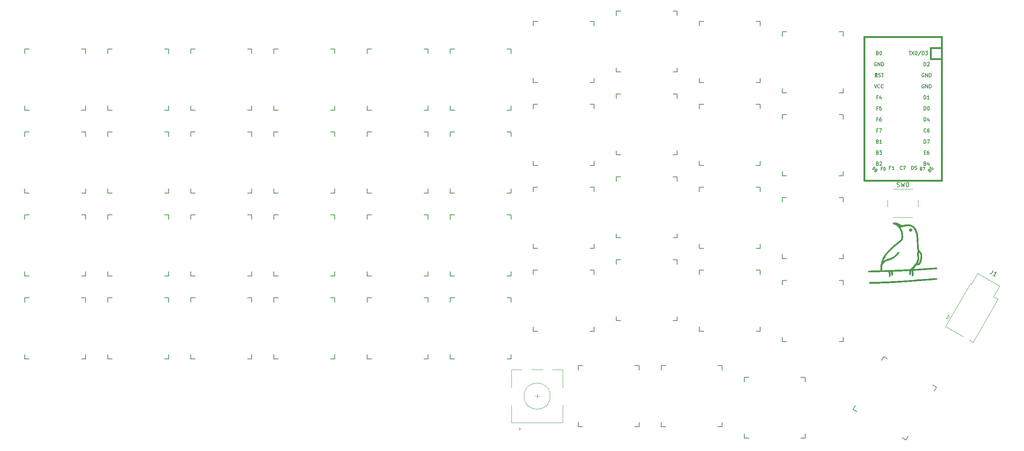
<source format=gbr>
%TF.GenerationSoftware,KiCad,Pcbnew,(5.1.9-0-10_14)*%
%TF.CreationDate,2021-04-26T22:39:47-05:00*%
%TF.ProjectId,wren-numpad,7772656e-2d6e-4756-9d70-61642e6b6963,rev?*%
%TF.SameCoordinates,Original*%
%TF.FileFunction,Legend,Top*%
%TF.FilePolarity,Positive*%
%FSLAX46Y46*%
G04 Gerber Fmt 4.6, Leading zero omitted, Abs format (unit mm)*
G04 Created by KiCad (PCBNEW (5.1.9-0-10_14)) date 2021-04-26 22:39:47*
%MOMM*%
%LPD*%
G01*
G04 APERTURE LIST*
%ADD10C,0.010000*%
%ADD11C,0.150000*%
%ADD12C,0.381000*%
%ADD13C,0.120000*%
G04 APERTURE END LIST*
D10*
%TO.C,G\u002A\u002A\u002A*%
G36*
X243120703Y-70714347D02*
G01*
X243179873Y-70733749D01*
X243305406Y-70824822D01*
X243372759Y-70954498D01*
X243380886Y-71099163D01*
X243328744Y-71235208D01*
X243215287Y-71339022D01*
X243206845Y-71343536D01*
X243103152Y-71391649D01*
X243029931Y-71398916D01*
X242944143Y-71366487D01*
X242913834Y-71351374D01*
X242790795Y-71253094D01*
X242730932Y-71128654D01*
X242726859Y-70995206D01*
X242771187Y-70869900D01*
X242856529Y-70769888D01*
X242975497Y-70712320D01*
X243120703Y-70714347D01*
G37*
X243120703Y-70714347D02*
X243179873Y-70733749D01*
X243305406Y-70824822D01*
X243372759Y-70954498D01*
X243380886Y-71099163D01*
X243328744Y-71235208D01*
X243215287Y-71339022D01*
X243206845Y-71343536D01*
X243103152Y-71391649D01*
X243029931Y-71398916D01*
X242944143Y-71366487D01*
X242913834Y-71351374D01*
X242790795Y-71253094D01*
X242730932Y-71128654D01*
X242726859Y-70995206D01*
X242771187Y-70869900D01*
X242856529Y-70769888D01*
X242975497Y-70712320D01*
X243120703Y-70714347D01*
G36*
X239481311Y-69379606D02*
G01*
X239538174Y-69382175D01*
X239679855Y-69390166D01*
X239794314Y-69402675D01*
X239899282Y-69425624D01*
X240012486Y-69464939D01*
X240151656Y-69526542D01*
X240334522Y-69616357D01*
X240519175Y-69709951D01*
X241128268Y-70019946D01*
X241625129Y-69906646D01*
X242064847Y-69824023D01*
X242450283Y-69792887D01*
X242796121Y-69815616D01*
X243117047Y-69894586D01*
X243427746Y-70032176D01*
X243742904Y-70230762D01*
X243776317Y-70254859D01*
X243995294Y-70460457D01*
X244197308Y-70742895D01*
X244378681Y-71095394D01*
X244535730Y-71511175D01*
X244624033Y-71816049D01*
X244684380Y-72105211D01*
X244737010Y-72474770D01*
X244781552Y-72920779D01*
X244817634Y-73439286D01*
X244844886Y-74026344D01*
X244852114Y-74242183D01*
X244862755Y-74581306D01*
X244872378Y-74847400D01*
X244882197Y-75052077D01*
X244893429Y-75206945D01*
X244907288Y-75323614D01*
X244924990Y-75413694D01*
X244947750Y-75488794D01*
X244976782Y-75560525D01*
X244994131Y-75598974D01*
X245082426Y-75758656D01*
X245202215Y-75934726D01*
X245304652Y-76062212D01*
X245468910Y-76263557D01*
X245578877Y-76446970D01*
X245644004Y-76638692D01*
X245673745Y-76864965D01*
X245678309Y-77099583D01*
X245656645Y-77473817D01*
X245602311Y-77844976D01*
X245520031Y-78193612D01*
X245414527Y-78500281D01*
X245290521Y-78745535D01*
X245271511Y-78774513D01*
X245136004Y-78940875D01*
X244992253Y-79037445D01*
X244814538Y-79077273D01*
X244671331Y-79079020D01*
X244404313Y-79068791D01*
X244103785Y-79445144D01*
X243968790Y-79609430D01*
X243838566Y-79759614D01*
X243730091Y-79876549D01*
X243672380Y-79931624D01*
X243541503Y-80041750D01*
X243745835Y-80041677D01*
X243851409Y-80038720D01*
X244032206Y-80030285D01*
X244279000Y-80016958D01*
X244582564Y-79999325D01*
X244933674Y-79977970D01*
X245323102Y-79953480D01*
X245741622Y-79926440D01*
X246180008Y-79897435D01*
X246629034Y-79867050D01*
X247079475Y-79835872D01*
X247522103Y-79804486D01*
X247793987Y-79784782D01*
X248108724Y-79762704D01*
X248397562Y-79744239D01*
X248649270Y-79729963D01*
X248852618Y-79720450D01*
X248996374Y-79716276D01*
X249069308Y-79718017D01*
X249074571Y-79719186D01*
X249120581Y-79775162D01*
X249134755Y-79867476D01*
X249114643Y-79953068D01*
X249089447Y-79980857D01*
X249035857Y-79991156D01*
X248905514Y-80006055D01*
X248706172Y-80024971D01*
X248445586Y-80047321D01*
X248131510Y-80072522D01*
X247771699Y-80099991D01*
X247373908Y-80129145D01*
X246945890Y-80159401D01*
X246495400Y-80190176D01*
X246030193Y-80220887D01*
X245558024Y-80250952D01*
X245220166Y-80271745D01*
X244905972Y-80291088D01*
X244604102Y-80310227D01*
X244329724Y-80328157D01*
X244098004Y-80343875D01*
X243924111Y-80356376D01*
X243839966Y-80363108D01*
X243560433Y-80387760D01*
X243622280Y-80564005D01*
X243656002Y-80715754D01*
X243675678Y-80918183D01*
X243680591Y-81138363D01*
X243670024Y-81343365D01*
X243643263Y-81500257D01*
X243642684Y-81502250D01*
X243599560Y-81594443D01*
X243525369Y-81627167D01*
X243481454Y-81629250D01*
X243357500Y-81629250D01*
X243357284Y-81163583D01*
X243346629Y-80866224D01*
X243315735Y-80636944D01*
X243265753Y-80479768D01*
X243197835Y-80398717D01*
X243136048Y-80390256D01*
X243080302Y-80431488D01*
X243076232Y-80467597D01*
X243085958Y-80536909D01*
X243098166Y-80665671D01*
X243110543Y-80828805D01*
X243113087Y-80867250D01*
X243121656Y-81043040D01*
X243117536Y-81158095D01*
X243097284Y-81235838D01*
X243057458Y-81299694D01*
X243047757Y-81311750D01*
X242976787Y-81381306D01*
X242916989Y-81387180D01*
X242883902Y-81370673D01*
X242843504Y-81330520D01*
X242818709Y-81258148D01*
X242805396Y-81134770D01*
X242800302Y-80989673D01*
X242791044Y-80812236D01*
X242772961Y-80653007D01*
X242749738Y-80543190D01*
X242746543Y-80534195D01*
X242699648Y-80412807D01*
X242308907Y-80440006D01*
X242196451Y-80446763D01*
X242016103Y-80456301D01*
X241779844Y-80468082D01*
X241499651Y-80481569D01*
X241187505Y-80496223D01*
X240855385Y-80511505D01*
X240515271Y-80526879D01*
X240179142Y-80541806D01*
X239858976Y-80555747D01*
X239566755Y-80568165D01*
X239314456Y-80578522D01*
X239114060Y-80586280D01*
X238977546Y-80590901D01*
X238925243Y-80591983D01*
X238881841Y-80599471D01*
X238876817Y-80636461D01*
X238908902Y-80725007D01*
X238916523Y-80743350D01*
X238953983Y-80881777D01*
X238970410Y-81048856D01*
X238966988Y-81219594D01*
X238944903Y-81369002D01*
X238905340Y-81472087D01*
X238880750Y-81497614D01*
X238787371Y-81528941D01*
X238720888Y-81486280D01*
X238679612Y-81367046D01*
X238661851Y-81168651D01*
X238661684Y-81162285D01*
X238638231Y-80913164D01*
X238583181Y-80732327D01*
X238498496Y-80624024D01*
X238398883Y-80592083D01*
X238322696Y-80602895D01*
X238313564Y-80645501D01*
X238321255Y-80666166D01*
X238401690Y-80910287D01*
X238444145Y-81163580D01*
X238447811Y-81403761D01*
X238411880Y-81608547D01*
X238359675Y-81723659D01*
X238296375Y-81801583D01*
X238236235Y-81811523D01*
X238172677Y-81778937D01*
X238141125Y-81736873D01*
X238121422Y-81649466D01*
X238111480Y-81502472D01*
X238109177Y-81345668D01*
X238100936Y-81098858D01*
X238076092Y-80917675D01*
X238035130Y-80790502D01*
X237962094Y-80629089D01*
X236553463Y-80663502D01*
X236164252Y-80672304D01*
X235756210Y-80680274D01*
X235349128Y-80687113D01*
X234962797Y-80692522D01*
X234617008Y-80696203D01*
X234331551Y-80697855D01*
X234277000Y-80697916D01*
X233409166Y-80697916D01*
X233395748Y-80581259D01*
X233404409Y-80483618D01*
X233439234Y-80442765D01*
X233494176Y-80436488D01*
X233623156Y-80428961D01*
X233815562Y-80420583D01*
X234060780Y-80411752D01*
X234348198Y-80402864D01*
X234667205Y-80394319D01*
X234844413Y-80390089D01*
X236192687Y-80359250D01*
X236185076Y-79884775D01*
X236187302Y-79838861D01*
X236493639Y-79838861D01*
X236503244Y-80058633D01*
X236530525Y-80350684D01*
X237446345Y-80322671D01*
X237754407Y-80312910D01*
X238121914Y-80300719D01*
X238523709Y-80286967D01*
X238934636Y-80272521D01*
X239329537Y-80258250D01*
X239547500Y-80250163D01*
X239935952Y-80234990D01*
X240369322Y-80217067D01*
X240818745Y-80197653D01*
X241255362Y-80178006D01*
X241650309Y-80159387D01*
X241819241Y-80151051D01*
X242151305Y-80134077D01*
X242410226Y-80119601D01*
X242607431Y-80106122D01*
X242754352Y-80092139D01*
X242862414Y-80076153D01*
X242943049Y-80056661D01*
X243007684Y-80032164D01*
X243067749Y-80001161D01*
X243099266Y-79982969D01*
X243327416Y-79818504D01*
X243572186Y-79586933D01*
X243822304Y-79301087D01*
X244066499Y-78973800D01*
X244204014Y-78758998D01*
X244606333Y-78758998D01*
X244643510Y-78767426D01*
X244735447Y-78765640D01*
X244760877Y-78763722D01*
X244912523Y-78719413D01*
X244993564Y-78644750D01*
X245087557Y-78476434D01*
X245173379Y-78247132D01*
X245247839Y-77976125D01*
X245307747Y-77682693D01*
X245349913Y-77386118D01*
X245371147Y-77105679D01*
X245368257Y-76860658D01*
X245338055Y-76670334D01*
X245326197Y-76634435D01*
X245279699Y-76544844D01*
X245205718Y-76433172D01*
X245121478Y-76321912D01*
X245044204Y-76233555D01*
X244991120Y-76190593D01*
X244985394Y-76189416D01*
X244965213Y-76227974D01*
X244939395Y-76329903D01*
X244912991Y-76474585D01*
X244908848Y-76501683D01*
X244886173Y-76693275D01*
X244886246Y-76840675D01*
X244910262Y-76981567D01*
X244925970Y-77041433D01*
X244987180Y-77293458D01*
X245014241Y-77510328D01*
X245004562Y-77714462D01*
X244955554Y-77928278D01*
X244864629Y-78174197D01*
X244770687Y-78386026D01*
X244698874Y-78542995D01*
X244642976Y-78668614D01*
X244610933Y-78744868D01*
X244606333Y-78758998D01*
X244204014Y-78758998D01*
X244283828Y-78634327D01*
X244461272Y-78318028D01*
X244586730Y-78051592D01*
X244663526Y-77820779D01*
X244694989Y-77611353D01*
X244684443Y-77409073D01*
X244635216Y-77199703D01*
X244625851Y-77170313D01*
X244576087Y-76902129D01*
X244582238Y-76579225D01*
X244643964Y-76210150D01*
X244668152Y-76111235D01*
X244702487Y-75967932D01*
X244714315Y-75862595D01*
X244702175Y-75759916D01*
X244664608Y-75624588D01*
X244645522Y-75564045D01*
X244617916Y-75469060D01*
X244595645Y-75368647D01*
X244577722Y-75251089D01*
X244563157Y-75104668D01*
X244550961Y-74917667D01*
X244540145Y-74678367D01*
X244529720Y-74375053D01*
X244521433Y-74093916D01*
X244503885Y-73587549D01*
X244481149Y-73153147D01*
X244451797Y-72778089D01*
X244414396Y-72449758D01*
X244367519Y-72155533D01*
X244309734Y-71882796D01*
X244241827Y-71626556D01*
X244097800Y-71219197D01*
X243920124Y-70883950D01*
X243702604Y-70612835D01*
X243439048Y-70397872D01*
X243176872Y-70254552D01*
X242937589Y-70163404D01*
X242698377Y-70112054D01*
X242441370Y-70100006D01*
X242148703Y-70126766D01*
X241802509Y-70191838D01*
X241706500Y-70213800D01*
X241478257Y-70265660D01*
X241257723Y-70312556D01*
X241069292Y-70349498D01*
X240937359Y-70371497D01*
X240932279Y-70372167D01*
X240810568Y-70392541D01*
X240734648Y-70414320D01*
X240720855Y-70427171D01*
X240745747Y-70475803D01*
X240797985Y-70576124D01*
X240855592Y-70686083D01*
X241013051Y-71037501D01*
X241139821Y-71424794D01*
X241232749Y-71828658D01*
X241288679Y-72229790D01*
X241304457Y-72608888D01*
X241276928Y-72946648D01*
X241247892Y-73086549D01*
X241189192Y-73245778D01*
X241106278Y-73395981D01*
X241067976Y-73446841D01*
X241022149Y-73498449D01*
X240973151Y-73549221D01*
X240912361Y-73606443D01*
X240831153Y-73677404D01*
X240720905Y-73769389D01*
X240572993Y-73889687D01*
X240378794Y-74045585D01*
X240129684Y-74244370D01*
X240034333Y-74320324D01*
X239777187Y-74532274D01*
X239485060Y-74785020D01*
X239173878Y-75063792D01*
X238859568Y-75353820D01*
X238558060Y-75640333D01*
X238285279Y-75908562D01*
X238057154Y-76143735D01*
X237991625Y-76214605D01*
X237600109Y-76682595D01*
X237277246Y-77154708D01*
X237008913Y-77652870D01*
X236884340Y-77934081D01*
X236818326Y-78095737D01*
X236766786Y-78226103D01*
X236736918Y-78306758D01*
X236732333Y-78323156D01*
X236763218Y-78309747D01*
X236845529Y-78255033D01*
X236963746Y-78169545D01*
X237011432Y-78133773D01*
X237291950Y-77937812D01*
X237548308Y-77797579D01*
X237806422Y-77700535D01*
X238012474Y-77649424D01*
X238466460Y-77518443D01*
X238908211Y-77318932D01*
X239322009Y-77061275D01*
X239692133Y-76755856D01*
X240002866Y-76413062D01*
X240109464Y-76264100D01*
X240213635Y-76144730D01*
X240312286Y-76108343D01*
X240403633Y-76155477D01*
X240418028Y-76171496D01*
X240442439Y-76245679D01*
X240412776Y-76350175D01*
X240325818Y-76490005D01*
X240178348Y-76670190D01*
X239967145Y-76895751D01*
X239928500Y-76935094D01*
X239573644Y-77258096D01*
X239203175Y-77518702D01*
X238799727Y-77726289D01*
X238345937Y-77890235D01*
X237983612Y-77985297D01*
X237739631Y-78068582D01*
X237476665Y-78204081D01*
X237214509Y-78377161D01*
X236972955Y-78573188D01*
X236771798Y-78777527D01*
X236630832Y-78975543D01*
X236622108Y-78991908D01*
X236569796Y-79140366D01*
X236529074Y-79347820D01*
X236502752Y-79589057D01*
X236493639Y-79838861D01*
X236187302Y-79838861D01*
X236216593Y-79234752D01*
X236331291Y-78594308D01*
X236527927Y-77966601D01*
X236805259Y-77354789D01*
X237162044Y-76762031D01*
X237597040Y-76191486D01*
X237671818Y-76104750D01*
X237914414Y-75841082D01*
X238210011Y-75541149D01*
X238543420Y-75218875D01*
X238899454Y-74888184D01*
X239262925Y-74562999D01*
X239618646Y-74257244D01*
X239951430Y-73984843D01*
X240161333Y-73822413D01*
X240434067Y-73611170D01*
X240641093Y-73435524D01*
X240789882Y-73288496D01*
X240887908Y-73163105D01*
X240913099Y-73120250D01*
X240952723Y-72991662D01*
X240975822Y-72799694D01*
X240982734Y-72563940D01*
X240973795Y-72303990D01*
X240949342Y-72039436D01*
X240909710Y-71789870D01*
X240888606Y-71694177D01*
X240745569Y-71211541D01*
X240567411Y-70803010D01*
X240350376Y-70464047D01*
X240090710Y-70190114D01*
X239784661Y-69976676D01*
X239428473Y-69819194D01*
X239305097Y-69780396D01*
X239122240Y-69711055D01*
X239017654Y-69632303D01*
X238993380Y-69546988D01*
X239051459Y-69457959D01*
X239065497Y-69445992D01*
X239126599Y-69406174D01*
X239201971Y-69383768D01*
X239313059Y-69375877D01*
X239481311Y-69379606D01*
G37*
X239481311Y-69379606D02*
X239538174Y-69382175D01*
X239679855Y-69390166D01*
X239794314Y-69402675D01*
X239899282Y-69425624D01*
X240012486Y-69464939D01*
X240151656Y-69526542D01*
X240334522Y-69616357D01*
X240519175Y-69709951D01*
X241128268Y-70019946D01*
X241625129Y-69906646D01*
X242064847Y-69824023D01*
X242450283Y-69792887D01*
X242796121Y-69815616D01*
X243117047Y-69894586D01*
X243427746Y-70032176D01*
X243742904Y-70230762D01*
X243776317Y-70254859D01*
X243995294Y-70460457D01*
X244197308Y-70742895D01*
X244378681Y-71095394D01*
X244535730Y-71511175D01*
X244624033Y-71816049D01*
X244684380Y-72105211D01*
X244737010Y-72474770D01*
X244781552Y-72920779D01*
X244817634Y-73439286D01*
X244844886Y-74026344D01*
X244852114Y-74242183D01*
X244862755Y-74581306D01*
X244872378Y-74847400D01*
X244882197Y-75052077D01*
X244893429Y-75206945D01*
X244907288Y-75323614D01*
X244924990Y-75413694D01*
X244947750Y-75488794D01*
X244976782Y-75560525D01*
X244994131Y-75598974D01*
X245082426Y-75758656D01*
X245202215Y-75934726D01*
X245304652Y-76062212D01*
X245468910Y-76263557D01*
X245578877Y-76446970D01*
X245644004Y-76638692D01*
X245673745Y-76864965D01*
X245678309Y-77099583D01*
X245656645Y-77473817D01*
X245602311Y-77844976D01*
X245520031Y-78193612D01*
X245414527Y-78500281D01*
X245290521Y-78745535D01*
X245271511Y-78774513D01*
X245136004Y-78940875D01*
X244992253Y-79037445D01*
X244814538Y-79077273D01*
X244671331Y-79079020D01*
X244404313Y-79068791D01*
X244103785Y-79445144D01*
X243968790Y-79609430D01*
X243838566Y-79759614D01*
X243730091Y-79876549D01*
X243672380Y-79931624D01*
X243541503Y-80041750D01*
X243745835Y-80041677D01*
X243851409Y-80038720D01*
X244032206Y-80030285D01*
X244279000Y-80016958D01*
X244582564Y-79999325D01*
X244933674Y-79977970D01*
X245323102Y-79953480D01*
X245741622Y-79926440D01*
X246180008Y-79897435D01*
X246629034Y-79867050D01*
X247079475Y-79835872D01*
X247522103Y-79804486D01*
X247793987Y-79784782D01*
X248108724Y-79762704D01*
X248397562Y-79744239D01*
X248649270Y-79729963D01*
X248852618Y-79720450D01*
X248996374Y-79716276D01*
X249069308Y-79718017D01*
X249074571Y-79719186D01*
X249120581Y-79775162D01*
X249134755Y-79867476D01*
X249114643Y-79953068D01*
X249089447Y-79980857D01*
X249035857Y-79991156D01*
X248905514Y-80006055D01*
X248706172Y-80024971D01*
X248445586Y-80047321D01*
X248131510Y-80072522D01*
X247771699Y-80099991D01*
X247373908Y-80129145D01*
X246945890Y-80159401D01*
X246495400Y-80190176D01*
X246030193Y-80220887D01*
X245558024Y-80250952D01*
X245220166Y-80271745D01*
X244905972Y-80291088D01*
X244604102Y-80310227D01*
X244329724Y-80328157D01*
X244098004Y-80343875D01*
X243924111Y-80356376D01*
X243839966Y-80363108D01*
X243560433Y-80387760D01*
X243622280Y-80564005D01*
X243656002Y-80715754D01*
X243675678Y-80918183D01*
X243680591Y-81138363D01*
X243670024Y-81343365D01*
X243643263Y-81500257D01*
X243642684Y-81502250D01*
X243599560Y-81594443D01*
X243525369Y-81627167D01*
X243481454Y-81629250D01*
X243357500Y-81629250D01*
X243357284Y-81163583D01*
X243346629Y-80866224D01*
X243315735Y-80636944D01*
X243265753Y-80479768D01*
X243197835Y-80398717D01*
X243136048Y-80390256D01*
X243080302Y-80431488D01*
X243076232Y-80467597D01*
X243085958Y-80536909D01*
X243098166Y-80665671D01*
X243110543Y-80828805D01*
X243113087Y-80867250D01*
X243121656Y-81043040D01*
X243117536Y-81158095D01*
X243097284Y-81235838D01*
X243057458Y-81299694D01*
X243047757Y-81311750D01*
X242976787Y-81381306D01*
X242916989Y-81387180D01*
X242883902Y-81370673D01*
X242843504Y-81330520D01*
X242818709Y-81258148D01*
X242805396Y-81134770D01*
X242800302Y-80989673D01*
X242791044Y-80812236D01*
X242772961Y-80653007D01*
X242749738Y-80543190D01*
X242746543Y-80534195D01*
X242699648Y-80412807D01*
X242308907Y-80440006D01*
X242196451Y-80446763D01*
X242016103Y-80456301D01*
X241779844Y-80468082D01*
X241499651Y-80481569D01*
X241187505Y-80496223D01*
X240855385Y-80511505D01*
X240515271Y-80526879D01*
X240179142Y-80541806D01*
X239858976Y-80555747D01*
X239566755Y-80568165D01*
X239314456Y-80578522D01*
X239114060Y-80586280D01*
X238977546Y-80590901D01*
X238925243Y-80591983D01*
X238881841Y-80599471D01*
X238876817Y-80636461D01*
X238908902Y-80725007D01*
X238916523Y-80743350D01*
X238953983Y-80881777D01*
X238970410Y-81048856D01*
X238966988Y-81219594D01*
X238944903Y-81369002D01*
X238905340Y-81472087D01*
X238880750Y-81497614D01*
X238787371Y-81528941D01*
X238720888Y-81486280D01*
X238679612Y-81367046D01*
X238661851Y-81168651D01*
X238661684Y-81162285D01*
X238638231Y-80913164D01*
X238583181Y-80732327D01*
X238498496Y-80624024D01*
X238398883Y-80592083D01*
X238322696Y-80602895D01*
X238313564Y-80645501D01*
X238321255Y-80666166D01*
X238401690Y-80910287D01*
X238444145Y-81163580D01*
X238447811Y-81403761D01*
X238411880Y-81608547D01*
X238359675Y-81723659D01*
X238296375Y-81801583D01*
X238236235Y-81811523D01*
X238172677Y-81778937D01*
X238141125Y-81736873D01*
X238121422Y-81649466D01*
X238111480Y-81502472D01*
X238109177Y-81345668D01*
X238100936Y-81098858D01*
X238076092Y-80917675D01*
X238035130Y-80790502D01*
X237962094Y-80629089D01*
X236553463Y-80663502D01*
X236164252Y-80672304D01*
X235756210Y-80680274D01*
X235349128Y-80687113D01*
X234962797Y-80692522D01*
X234617008Y-80696203D01*
X234331551Y-80697855D01*
X234277000Y-80697916D01*
X233409166Y-80697916D01*
X233395748Y-80581259D01*
X233404409Y-80483618D01*
X233439234Y-80442765D01*
X233494176Y-80436488D01*
X233623156Y-80428961D01*
X233815562Y-80420583D01*
X234060780Y-80411752D01*
X234348198Y-80402864D01*
X234667205Y-80394319D01*
X234844413Y-80390089D01*
X236192687Y-80359250D01*
X236185076Y-79884775D01*
X236187302Y-79838861D01*
X236493639Y-79838861D01*
X236503244Y-80058633D01*
X236530525Y-80350684D01*
X237446345Y-80322671D01*
X237754407Y-80312910D01*
X238121914Y-80300719D01*
X238523709Y-80286967D01*
X238934636Y-80272521D01*
X239329537Y-80258250D01*
X239547500Y-80250163D01*
X239935952Y-80234990D01*
X240369322Y-80217067D01*
X240818745Y-80197653D01*
X241255362Y-80178006D01*
X241650309Y-80159387D01*
X241819241Y-80151051D01*
X242151305Y-80134077D01*
X242410226Y-80119601D01*
X242607431Y-80106122D01*
X242754352Y-80092139D01*
X242862414Y-80076153D01*
X242943049Y-80056661D01*
X243007684Y-80032164D01*
X243067749Y-80001161D01*
X243099266Y-79982969D01*
X243327416Y-79818504D01*
X243572186Y-79586933D01*
X243822304Y-79301087D01*
X244066499Y-78973800D01*
X244204014Y-78758998D01*
X244606333Y-78758998D01*
X244643510Y-78767426D01*
X244735447Y-78765640D01*
X244760877Y-78763722D01*
X244912523Y-78719413D01*
X244993564Y-78644750D01*
X245087557Y-78476434D01*
X245173379Y-78247132D01*
X245247839Y-77976125D01*
X245307747Y-77682693D01*
X245349913Y-77386118D01*
X245371147Y-77105679D01*
X245368257Y-76860658D01*
X245338055Y-76670334D01*
X245326197Y-76634435D01*
X245279699Y-76544844D01*
X245205718Y-76433172D01*
X245121478Y-76321912D01*
X245044204Y-76233555D01*
X244991120Y-76190593D01*
X244985394Y-76189416D01*
X244965213Y-76227974D01*
X244939395Y-76329903D01*
X244912991Y-76474585D01*
X244908848Y-76501683D01*
X244886173Y-76693275D01*
X244886246Y-76840675D01*
X244910262Y-76981567D01*
X244925970Y-77041433D01*
X244987180Y-77293458D01*
X245014241Y-77510328D01*
X245004562Y-77714462D01*
X244955554Y-77928278D01*
X244864629Y-78174197D01*
X244770687Y-78386026D01*
X244698874Y-78542995D01*
X244642976Y-78668614D01*
X244610933Y-78744868D01*
X244606333Y-78758998D01*
X244204014Y-78758998D01*
X244283828Y-78634327D01*
X244461272Y-78318028D01*
X244586730Y-78051592D01*
X244663526Y-77820779D01*
X244694989Y-77611353D01*
X244684443Y-77409073D01*
X244635216Y-77199703D01*
X244625851Y-77170313D01*
X244576087Y-76902129D01*
X244582238Y-76579225D01*
X244643964Y-76210150D01*
X244668152Y-76111235D01*
X244702487Y-75967932D01*
X244714315Y-75862595D01*
X244702175Y-75759916D01*
X244664608Y-75624588D01*
X244645522Y-75564045D01*
X244617916Y-75469060D01*
X244595645Y-75368647D01*
X244577722Y-75251089D01*
X244563157Y-75104668D01*
X244550961Y-74917667D01*
X244540145Y-74678367D01*
X244529720Y-74375053D01*
X244521433Y-74093916D01*
X244503885Y-73587549D01*
X244481149Y-73153147D01*
X244451797Y-72778089D01*
X244414396Y-72449758D01*
X244367519Y-72155533D01*
X244309734Y-71882796D01*
X244241827Y-71626556D01*
X244097800Y-71219197D01*
X243920124Y-70883950D01*
X243702604Y-70612835D01*
X243439048Y-70397872D01*
X243176872Y-70254552D01*
X242937589Y-70163404D01*
X242698377Y-70112054D01*
X242441370Y-70100006D01*
X242148703Y-70126766D01*
X241802509Y-70191838D01*
X241706500Y-70213800D01*
X241478257Y-70265660D01*
X241257723Y-70312556D01*
X241069292Y-70349498D01*
X240937359Y-70371497D01*
X240932279Y-70372167D01*
X240810568Y-70392541D01*
X240734648Y-70414320D01*
X240720855Y-70427171D01*
X240745747Y-70475803D01*
X240797985Y-70576124D01*
X240855592Y-70686083D01*
X241013051Y-71037501D01*
X241139821Y-71424794D01*
X241232749Y-71828658D01*
X241288679Y-72229790D01*
X241304457Y-72608888D01*
X241276928Y-72946648D01*
X241247892Y-73086549D01*
X241189192Y-73245778D01*
X241106278Y-73395981D01*
X241067976Y-73446841D01*
X241022149Y-73498449D01*
X240973151Y-73549221D01*
X240912361Y-73606443D01*
X240831153Y-73677404D01*
X240720905Y-73769389D01*
X240572993Y-73889687D01*
X240378794Y-74045585D01*
X240129684Y-74244370D01*
X240034333Y-74320324D01*
X239777187Y-74532274D01*
X239485060Y-74785020D01*
X239173878Y-75063792D01*
X238859568Y-75353820D01*
X238558060Y-75640333D01*
X238285279Y-75908562D01*
X238057154Y-76143735D01*
X237991625Y-76214605D01*
X237600109Y-76682595D01*
X237277246Y-77154708D01*
X237008913Y-77652870D01*
X236884340Y-77934081D01*
X236818326Y-78095737D01*
X236766786Y-78226103D01*
X236736918Y-78306758D01*
X236732333Y-78323156D01*
X236763218Y-78309747D01*
X236845529Y-78255033D01*
X236963746Y-78169545D01*
X237011432Y-78133773D01*
X237291950Y-77937812D01*
X237548308Y-77797579D01*
X237806422Y-77700535D01*
X238012474Y-77649424D01*
X238466460Y-77518443D01*
X238908211Y-77318932D01*
X239322009Y-77061275D01*
X239692133Y-76755856D01*
X240002866Y-76413062D01*
X240109464Y-76264100D01*
X240213635Y-76144730D01*
X240312286Y-76108343D01*
X240403633Y-76155477D01*
X240418028Y-76171496D01*
X240442439Y-76245679D01*
X240412776Y-76350175D01*
X240325818Y-76490005D01*
X240178348Y-76670190D01*
X239967145Y-76895751D01*
X239928500Y-76935094D01*
X239573644Y-77258096D01*
X239203175Y-77518702D01*
X238799727Y-77726289D01*
X238345937Y-77890235D01*
X237983612Y-77985297D01*
X237739631Y-78068582D01*
X237476665Y-78204081D01*
X237214509Y-78377161D01*
X236972955Y-78573188D01*
X236771798Y-78777527D01*
X236630832Y-78975543D01*
X236622108Y-78991908D01*
X236569796Y-79140366D01*
X236529074Y-79347820D01*
X236502752Y-79589057D01*
X236493639Y-79838861D01*
X236187302Y-79838861D01*
X236216593Y-79234752D01*
X236331291Y-78594308D01*
X236527927Y-77966601D01*
X236805259Y-77354789D01*
X237162044Y-76762031D01*
X237597040Y-76191486D01*
X237671818Y-76104750D01*
X237914414Y-75841082D01*
X238210011Y-75541149D01*
X238543420Y-75218875D01*
X238899454Y-74888184D01*
X239262925Y-74562999D01*
X239618646Y-74257244D01*
X239951430Y-73984843D01*
X240161333Y-73822413D01*
X240434067Y-73611170D01*
X240641093Y-73435524D01*
X240789882Y-73288496D01*
X240887908Y-73163105D01*
X240913099Y-73120250D01*
X240952723Y-72991662D01*
X240975822Y-72799694D01*
X240982734Y-72563940D01*
X240973795Y-72303990D01*
X240949342Y-72039436D01*
X240909710Y-71789870D01*
X240888606Y-71694177D01*
X240745569Y-71211541D01*
X240567411Y-70803010D01*
X240350376Y-70464047D01*
X240090710Y-70190114D01*
X239784661Y-69976676D01*
X239428473Y-69819194D01*
X239305097Y-69780396D01*
X239122240Y-69711055D01*
X239017654Y-69632303D01*
X238993380Y-69546988D01*
X239051459Y-69457959D01*
X239065497Y-69445992D01*
X239126599Y-69406174D01*
X239201971Y-69383768D01*
X239313059Y-69375877D01*
X239481311Y-69379606D01*
G36*
X249073945Y-82143662D02*
G01*
X249128437Y-82201470D01*
X249133027Y-82289813D01*
X249091993Y-82374168D01*
X249040750Y-82411413D01*
X248981613Y-82421827D01*
X248844687Y-82437766D01*
X248636629Y-82458704D01*
X248364100Y-82484117D01*
X248033759Y-82513479D01*
X247652267Y-82546266D01*
X247226281Y-82581951D01*
X246762463Y-82620009D01*
X246267472Y-82659916D01*
X245747967Y-82701145D01*
X245210608Y-82743172D01*
X244662055Y-82785472D01*
X244108967Y-82827519D01*
X243558004Y-82868787D01*
X243015826Y-82908752D01*
X242489091Y-82946889D01*
X241984461Y-82982671D01*
X241508594Y-83015575D01*
X241068150Y-83045073D01*
X240732833Y-83066685D01*
X240344150Y-83090053D01*
X239904165Y-83114504D01*
X239422796Y-83139627D01*
X238909960Y-83165009D01*
X238375574Y-83190238D01*
X237829554Y-83214899D01*
X237281818Y-83238582D01*
X236742282Y-83260874D01*
X236220863Y-83281361D01*
X235727479Y-83299631D01*
X235272047Y-83315271D01*
X234864482Y-83327870D01*
X234514703Y-83337013D01*
X234232626Y-83342289D01*
X234081100Y-83343460D01*
X233857049Y-83340697D01*
X233704462Y-83331074D01*
X233610302Y-83313079D01*
X233561534Y-83285201D01*
X233559579Y-83282956D01*
X233529455Y-83195699D01*
X233567369Y-83114400D01*
X233657911Y-83059333D01*
X233738739Y-83047208D01*
X233904132Y-83045037D01*
X234144890Y-83039156D01*
X234451812Y-83029945D01*
X234815695Y-83017785D01*
X235227336Y-83003055D01*
X235677534Y-82986135D01*
X236157086Y-82967406D01*
X236656790Y-82947246D01*
X237167444Y-82926036D01*
X237679845Y-82904156D01*
X238184790Y-82881986D01*
X238673079Y-82859906D01*
X239135508Y-82838294D01*
X239562875Y-82817533D01*
X239945978Y-82798001D01*
X240275614Y-82780078D01*
X240436500Y-82770700D01*
X240803472Y-82747634D01*
X241245168Y-82718184D01*
X241751944Y-82683071D01*
X242314155Y-82643011D01*
X242922157Y-82598722D01*
X243566306Y-82550923D01*
X244236957Y-82500331D01*
X244924466Y-82447665D01*
X245619188Y-82393642D01*
X246311480Y-82338980D01*
X246991696Y-82284398D01*
X247243028Y-82263988D01*
X247622972Y-82233698D01*
X247977872Y-82206692D01*
X248298594Y-82183570D01*
X248576005Y-82164934D01*
X248800973Y-82151382D01*
X248964364Y-82143516D01*
X249057045Y-82141935D01*
X249073945Y-82143662D01*
G37*
X249073945Y-82143662D02*
X249128437Y-82201470D01*
X249133027Y-82289813D01*
X249091993Y-82374168D01*
X249040750Y-82411413D01*
X248981613Y-82421827D01*
X248844687Y-82437766D01*
X248636629Y-82458704D01*
X248364100Y-82484117D01*
X248033759Y-82513479D01*
X247652267Y-82546266D01*
X247226281Y-82581951D01*
X246762463Y-82620009D01*
X246267472Y-82659916D01*
X245747967Y-82701145D01*
X245210608Y-82743172D01*
X244662055Y-82785472D01*
X244108967Y-82827519D01*
X243558004Y-82868787D01*
X243015826Y-82908752D01*
X242489091Y-82946889D01*
X241984461Y-82982671D01*
X241508594Y-83015575D01*
X241068150Y-83045073D01*
X240732833Y-83066685D01*
X240344150Y-83090053D01*
X239904165Y-83114504D01*
X239422796Y-83139627D01*
X238909960Y-83165009D01*
X238375574Y-83190238D01*
X237829554Y-83214899D01*
X237281818Y-83238582D01*
X236742282Y-83260874D01*
X236220863Y-83281361D01*
X235727479Y-83299631D01*
X235272047Y-83315271D01*
X234864482Y-83327870D01*
X234514703Y-83337013D01*
X234232626Y-83342289D01*
X234081100Y-83343460D01*
X233857049Y-83340697D01*
X233704462Y-83331074D01*
X233610302Y-83313079D01*
X233561534Y-83285201D01*
X233559579Y-83282956D01*
X233529455Y-83195699D01*
X233567369Y-83114400D01*
X233657911Y-83059333D01*
X233738739Y-83047208D01*
X233904132Y-83045037D01*
X234144890Y-83039156D01*
X234451812Y-83029945D01*
X234815695Y-83017785D01*
X235227336Y-83003055D01*
X235677534Y-82986135D01*
X236157086Y-82967406D01*
X236656790Y-82947246D01*
X237167444Y-82926036D01*
X237679845Y-82904156D01*
X238184790Y-82881986D01*
X238673079Y-82859906D01*
X239135508Y-82838294D01*
X239562875Y-82817533D01*
X239945978Y-82798001D01*
X240275614Y-82780078D01*
X240436500Y-82770700D01*
X240803472Y-82747634D01*
X241245168Y-82718184D01*
X241751944Y-82683071D01*
X242314155Y-82643011D01*
X242922157Y-82598722D01*
X243566306Y-82550923D01*
X244236957Y-82500331D01*
X244924466Y-82447665D01*
X245619188Y-82393642D01*
X246311480Y-82338980D01*
X246991696Y-82284398D01*
X247243028Y-82263988D01*
X247622972Y-82233698D01*
X247977872Y-82206692D01*
X248298594Y-82183570D01*
X248576005Y-82164934D01*
X248800973Y-82151382D01*
X248964364Y-82143516D01*
X249057045Y-82141935D01*
X249073945Y-82143662D01*
D11*
%TO.C,MX21*%
X213662500Y-63643750D02*
X214662500Y-63643750D01*
X214662500Y-77643750D02*
X213662500Y-77643750D01*
X227662500Y-76643750D02*
X227662500Y-77643750D01*
X227662500Y-77643750D02*
X226662500Y-77643750D01*
X226662500Y-63643750D02*
X227662500Y-63643750D01*
X227662500Y-63643750D02*
X227662500Y-64643750D01*
X213662500Y-77643750D02*
X213662500Y-76643750D01*
X213662500Y-64643750D02*
X213662500Y-63643750D01*
%TO.C,MX41*%
X229921822Y-112321928D02*
X230421822Y-111455902D01*
X242546178Y-118455902D02*
X242046178Y-119321928D01*
X248180152Y-106697572D02*
X249046178Y-107197572D01*
X249046178Y-107197572D02*
X248546178Y-108063598D01*
X236421822Y-101063598D02*
X236921822Y-100197572D01*
X236921822Y-100197572D02*
X237787848Y-100697572D01*
X242046178Y-119321928D02*
X241180152Y-118821928D01*
X230787848Y-112821928D02*
X229921822Y-112321928D01*
%TO.C,MX10*%
X39831250Y-29512500D02*
X40831250Y-29512500D01*
X40831250Y-43512500D02*
X39831250Y-43512500D01*
X53831250Y-42512500D02*
X53831250Y-43512500D01*
X53831250Y-43512500D02*
X52831250Y-43512500D01*
X52831250Y-29512500D02*
X53831250Y-29512500D01*
X53831250Y-29512500D02*
X53831250Y-30512500D01*
X39831250Y-43512500D02*
X39831250Y-42512500D01*
X39831250Y-30512500D02*
X39831250Y-29512500D01*
%TO.C,MX15*%
X137462500Y-48562500D02*
X138462500Y-48562500D01*
X138462500Y-62562500D02*
X137462500Y-62562500D01*
X151462500Y-61562500D02*
X151462500Y-62562500D01*
X151462500Y-62562500D02*
X150462500Y-62562500D01*
X150462500Y-48562500D02*
X151462500Y-48562500D01*
X151462500Y-48562500D02*
X151462500Y-49562500D01*
X137462500Y-62562500D02*
X137462500Y-61562500D01*
X137462500Y-49562500D02*
X137462500Y-48562500D01*
%TO.C,MX44*%
X166825000Y-102251750D02*
X167825000Y-102251750D01*
X167825000Y-116251750D02*
X166825000Y-116251750D01*
X180825000Y-115251750D02*
X180825000Y-116251750D01*
X180825000Y-116251750D02*
X179825000Y-116251750D01*
X179825000Y-102251750D02*
X180825000Y-102251750D01*
X180825000Y-102251750D02*
X180825000Y-103251750D01*
X166825000Y-116251750D02*
X166825000Y-115251750D01*
X166825000Y-103251750D02*
X166825000Y-102251750D01*
%TO.C,MX43*%
X185875000Y-102251750D02*
X186875000Y-102251750D01*
X186875000Y-116251750D02*
X185875000Y-116251750D01*
X199875000Y-115251750D02*
X199875000Y-116251750D01*
X199875000Y-116251750D02*
X198875000Y-116251750D01*
X198875000Y-102251750D02*
X199875000Y-102251750D01*
X199875000Y-102251750D02*
X199875000Y-103251750D01*
X185875000Y-116251750D02*
X185875000Y-115251750D01*
X185875000Y-103251750D02*
X185875000Y-102251750D01*
%TO.C,MX42*%
X204925000Y-104918750D02*
X205925000Y-104918750D01*
X205925000Y-118918750D02*
X204925000Y-118918750D01*
X218925000Y-117918750D02*
X218925000Y-118918750D01*
X218925000Y-118918750D02*
X217925000Y-118918750D01*
X217925000Y-104918750D02*
X218925000Y-104918750D01*
X218925000Y-104918750D02*
X218925000Y-105918750D01*
X204925000Y-118918750D02*
X204925000Y-117918750D01*
X204925000Y-105918750D02*
X204925000Y-104918750D01*
%TO.C,MX40*%
X39831250Y-86662500D02*
X40831250Y-86662500D01*
X40831250Y-100662500D02*
X39831250Y-100662500D01*
X53831250Y-99662500D02*
X53831250Y-100662500D01*
X53831250Y-100662500D02*
X52831250Y-100662500D01*
X52831250Y-86662500D02*
X53831250Y-86662500D01*
X53831250Y-86662500D02*
X53831250Y-87662500D01*
X39831250Y-100662500D02*
X39831250Y-99662500D01*
X39831250Y-87662500D02*
X39831250Y-86662500D01*
%TO.C,MX39*%
X58881250Y-86662500D02*
X59881250Y-86662500D01*
X59881250Y-100662500D02*
X58881250Y-100662500D01*
X72881250Y-99662500D02*
X72881250Y-100662500D01*
X72881250Y-100662500D02*
X71881250Y-100662500D01*
X71881250Y-86662500D02*
X72881250Y-86662500D01*
X72881250Y-86662500D02*
X72881250Y-87662500D01*
X58881250Y-100662500D02*
X58881250Y-99662500D01*
X58881250Y-87662500D02*
X58881250Y-86662500D01*
%TO.C,MX38*%
X77931250Y-86662500D02*
X78931250Y-86662500D01*
X78931250Y-100662500D02*
X77931250Y-100662500D01*
X91931250Y-99662500D02*
X91931250Y-100662500D01*
X91931250Y-100662500D02*
X90931250Y-100662500D01*
X90931250Y-86662500D02*
X91931250Y-86662500D01*
X91931250Y-86662500D02*
X91931250Y-87662500D01*
X77931250Y-100662500D02*
X77931250Y-99662500D01*
X77931250Y-87662500D02*
X77931250Y-86662500D01*
%TO.C,MX37*%
X96981250Y-86662500D02*
X97981250Y-86662500D01*
X97981250Y-100662500D02*
X96981250Y-100662500D01*
X110981250Y-99662500D02*
X110981250Y-100662500D01*
X110981250Y-100662500D02*
X109981250Y-100662500D01*
X109981250Y-86662500D02*
X110981250Y-86662500D01*
X110981250Y-86662500D02*
X110981250Y-87662500D01*
X96981250Y-100662500D02*
X96981250Y-99662500D01*
X96981250Y-87662500D02*
X96981250Y-86662500D01*
%TO.C,MX36*%
X118412500Y-86662500D02*
X119412500Y-86662500D01*
X119412500Y-100662500D02*
X118412500Y-100662500D01*
X132412500Y-99662500D02*
X132412500Y-100662500D01*
X132412500Y-100662500D02*
X131412500Y-100662500D01*
X131412500Y-86662500D02*
X132412500Y-86662500D01*
X132412500Y-86662500D02*
X132412500Y-87662500D01*
X118412500Y-100662500D02*
X118412500Y-99662500D01*
X118412500Y-87662500D02*
X118412500Y-86662500D01*
%TO.C,MX35*%
X137462500Y-86662500D02*
X138462500Y-86662500D01*
X138462500Y-100662500D02*
X137462500Y-100662500D01*
X151462500Y-99662500D02*
X151462500Y-100662500D01*
X151462500Y-100662500D02*
X150462500Y-100662500D01*
X150462500Y-86662500D02*
X151462500Y-86662500D01*
X151462500Y-86662500D02*
X151462500Y-87662500D01*
X137462500Y-100662500D02*
X137462500Y-99662500D01*
X137462500Y-87662500D02*
X137462500Y-86662500D01*
%TO.C,MX34*%
X156512500Y-80312500D02*
X157512500Y-80312500D01*
X157512500Y-94312500D02*
X156512500Y-94312500D01*
X170512500Y-93312500D02*
X170512500Y-94312500D01*
X170512500Y-94312500D02*
X169512500Y-94312500D01*
X169512500Y-80312500D02*
X170512500Y-80312500D01*
X170512500Y-80312500D02*
X170512500Y-81312500D01*
X156512500Y-94312500D02*
X156512500Y-93312500D01*
X156512500Y-81312500D02*
X156512500Y-80312500D01*
%TO.C,MX33*%
X175562500Y-77931250D02*
X176562500Y-77931250D01*
X176562500Y-91931250D02*
X175562500Y-91931250D01*
X189562500Y-90931250D02*
X189562500Y-91931250D01*
X189562500Y-91931250D02*
X188562500Y-91931250D01*
X188562500Y-77931250D02*
X189562500Y-77931250D01*
X189562500Y-77931250D02*
X189562500Y-78931250D01*
X175562500Y-91931250D02*
X175562500Y-90931250D01*
X175562500Y-78931250D02*
X175562500Y-77931250D01*
%TO.C,MX32*%
X194612500Y-80312500D02*
X195612500Y-80312500D01*
X195612500Y-94312500D02*
X194612500Y-94312500D01*
X208612500Y-93312500D02*
X208612500Y-94312500D01*
X208612500Y-94312500D02*
X207612500Y-94312500D01*
X207612500Y-80312500D02*
X208612500Y-80312500D01*
X208612500Y-80312500D02*
X208612500Y-81312500D01*
X194612500Y-94312500D02*
X194612500Y-93312500D01*
X194612500Y-81312500D02*
X194612500Y-80312500D01*
%TO.C,MX31*%
X213662500Y-82693750D02*
X214662500Y-82693750D01*
X214662500Y-96693750D02*
X213662500Y-96693750D01*
X227662500Y-95693750D02*
X227662500Y-96693750D01*
X227662500Y-96693750D02*
X226662500Y-96693750D01*
X226662500Y-82693750D02*
X227662500Y-82693750D01*
X227662500Y-82693750D02*
X227662500Y-83693750D01*
X213662500Y-96693750D02*
X213662500Y-95693750D01*
X213662500Y-83693750D02*
X213662500Y-82693750D01*
%TO.C,MX30*%
X39831250Y-67612500D02*
X40831250Y-67612500D01*
X40831250Y-81612500D02*
X39831250Y-81612500D01*
X53831250Y-80612500D02*
X53831250Y-81612500D01*
X53831250Y-81612500D02*
X52831250Y-81612500D01*
X52831250Y-67612500D02*
X53831250Y-67612500D01*
X53831250Y-67612500D02*
X53831250Y-68612500D01*
X39831250Y-81612500D02*
X39831250Y-80612500D01*
X39831250Y-68612500D02*
X39831250Y-67612500D01*
%TO.C,MX29*%
X58881250Y-67612500D02*
X59881250Y-67612500D01*
X59881250Y-81612500D02*
X58881250Y-81612500D01*
X72881250Y-80612500D02*
X72881250Y-81612500D01*
X72881250Y-81612500D02*
X71881250Y-81612500D01*
X71881250Y-67612500D02*
X72881250Y-67612500D01*
X72881250Y-67612500D02*
X72881250Y-68612500D01*
X58881250Y-81612500D02*
X58881250Y-80612500D01*
X58881250Y-68612500D02*
X58881250Y-67612500D01*
%TO.C,MX28*%
X77931250Y-67612500D02*
X78931250Y-67612500D01*
X78931250Y-81612500D02*
X77931250Y-81612500D01*
X91931250Y-80612500D02*
X91931250Y-81612500D01*
X91931250Y-81612500D02*
X90931250Y-81612500D01*
X90931250Y-67612500D02*
X91931250Y-67612500D01*
X91931250Y-67612500D02*
X91931250Y-68612500D01*
X77931250Y-81612500D02*
X77931250Y-80612500D01*
X77931250Y-68612500D02*
X77931250Y-67612500D01*
%TO.C,MX27*%
X96981250Y-67612500D02*
X97981250Y-67612500D01*
X97981250Y-81612500D02*
X96981250Y-81612500D01*
X110981250Y-80612500D02*
X110981250Y-81612500D01*
X110981250Y-81612500D02*
X109981250Y-81612500D01*
X109981250Y-67612500D02*
X110981250Y-67612500D01*
X110981250Y-67612500D02*
X110981250Y-68612500D01*
X96981250Y-81612500D02*
X96981250Y-80612500D01*
X96981250Y-68612500D02*
X96981250Y-67612500D01*
%TO.C,MX26*%
X118412500Y-67612500D02*
X119412500Y-67612500D01*
X119412500Y-81612500D02*
X118412500Y-81612500D01*
X132412500Y-80612500D02*
X132412500Y-81612500D01*
X132412500Y-81612500D02*
X131412500Y-81612500D01*
X131412500Y-67612500D02*
X132412500Y-67612500D01*
X132412500Y-67612500D02*
X132412500Y-68612500D01*
X118412500Y-81612500D02*
X118412500Y-80612500D01*
X118412500Y-68612500D02*
X118412500Y-67612500D01*
%TO.C,MX25*%
X137462500Y-67612500D02*
X138462500Y-67612500D01*
X138462500Y-81612500D02*
X137462500Y-81612500D01*
X151462500Y-80612500D02*
X151462500Y-81612500D01*
X151462500Y-81612500D02*
X150462500Y-81612500D01*
X150462500Y-67612500D02*
X151462500Y-67612500D01*
X151462500Y-67612500D02*
X151462500Y-68612500D01*
X137462500Y-81612500D02*
X137462500Y-80612500D01*
X137462500Y-68612500D02*
X137462500Y-67612500D01*
%TO.C,MX24*%
X156512500Y-61262500D02*
X157512500Y-61262500D01*
X157512500Y-75262500D02*
X156512500Y-75262500D01*
X170512500Y-74262500D02*
X170512500Y-75262500D01*
X170512500Y-75262500D02*
X169512500Y-75262500D01*
X169512500Y-61262500D02*
X170512500Y-61262500D01*
X170512500Y-61262500D02*
X170512500Y-62262500D01*
X156512500Y-75262500D02*
X156512500Y-74262500D01*
X156512500Y-62262500D02*
X156512500Y-61262500D01*
%TO.C,MX23*%
X175562500Y-58881250D02*
X176562500Y-58881250D01*
X176562500Y-72881250D02*
X175562500Y-72881250D01*
X189562500Y-71881250D02*
X189562500Y-72881250D01*
X189562500Y-72881250D02*
X188562500Y-72881250D01*
X188562500Y-58881250D02*
X189562500Y-58881250D01*
X189562500Y-58881250D02*
X189562500Y-59881250D01*
X175562500Y-72881250D02*
X175562500Y-71881250D01*
X175562500Y-59881250D02*
X175562500Y-58881250D01*
%TO.C,MX22*%
X194612500Y-61262500D02*
X195612500Y-61262500D01*
X195612500Y-75262500D02*
X194612500Y-75262500D01*
X208612500Y-74262500D02*
X208612500Y-75262500D01*
X208612500Y-75262500D02*
X207612500Y-75262500D01*
X207612500Y-61262500D02*
X208612500Y-61262500D01*
X208612500Y-61262500D02*
X208612500Y-62262500D01*
X194612500Y-75262500D02*
X194612500Y-74262500D01*
X194612500Y-62262500D02*
X194612500Y-61262500D01*
%TO.C,MX20*%
X39831250Y-48562500D02*
X40831250Y-48562500D01*
X40831250Y-62562500D02*
X39831250Y-62562500D01*
X53831250Y-61562500D02*
X53831250Y-62562500D01*
X53831250Y-62562500D02*
X52831250Y-62562500D01*
X52831250Y-48562500D02*
X53831250Y-48562500D01*
X53831250Y-48562500D02*
X53831250Y-49562500D01*
X39831250Y-62562500D02*
X39831250Y-61562500D01*
X39831250Y-49562500D02*
X39831250Y-48562500D01*
%TO.C,MX19*%
X58881250Y-48562500D02*
X59881250Y-48562500D01*
X59881250Y-62562500D02*
X58881250Y-62562500D01*
X72881250Y-61562500D02*
X72881250Y-62562500D01*
X72881250Y-62562500D02*
X71881250Y-62562500D01*
X71881250Y-48562500D02*
X72881250Y-48562500D01*
X72881250Y-48562500D02*
X72881250Y-49562500D01*
X58881250Y-62562500D02*
X58881250Y-61562500D01*
X58881250Y-49562500D02*
X58881250Y-48562500D01*
%TO.C,MX18*%
X77931250Y-48562500D02*
X78931250Y-48562500D01*
X78931250Y-62562500D02*
X77931250Y-62562500D01*
X91931250Y-61562500D02*
X91931250Y-62562500D01*
X91931250Y-62562500D02*
X90931250Y-62562500D01*
X90931250Y-48562500D02*
X91931250Y-48562500D01*
X91931250Y-48562500D02*
X91931250Y-49562500D01*
X77931250Y-62562500D02*
X77931250Y-61562500D01*
X77931250Y-49562500D02*
X77931250Y-48562500D01*
%TO.C,MX17*%
X96981250Y-48562500D02*
X97981250Y-48562500D01*
X97981250Y-62562500D02*
X96981250Y-62562500D01*
X110981250Y-61562500D02*
X110981250Y-62562500D01*
X110981250Y-62562500D02*
X109981250Y-62562500D01*
X109981250Y-48562500D02*
X110981250Y-48562500D01*
X110981250Y-48562500D02*
X110981250Y-49562500D01*
X96981250Y-62562500D02*
X96981250Y-61562500D01*
X96981250Y-49562500D02*
X96981250Y-48562500D01*
%TO.C,MX16*%
X118412500Y-48562500D02*
X119412500Y-48562500D01*
X119412500Y-62562500D02*
X118412500Y-62562500D01*
X132412500Y-61562500D02*
X132412500Y-62562500D01*
X132412500Y-62562500D02*
X131412500Y-62562500D01*
X131412500Y-48562500D02*
X132412500Y-48562500D01*
X132412500Y-48562500D02*
X132412500Y-49562500D01*
X118412500Y-62562500D02*
X118412500Y-61562500D01*
X118412500Y-49562500D02*
X118412500Y-48562500D01*
%TO.C,MX14*%
X156512500Y-42212500D02*
X157512500Y-42212500D01*
X157512500Y-56212500D02*
X156512500Y-56212500D01*
X170512500Y-55212500D02*
X170512500Y-56212500D01*
X170512500Y-56212500D02*
X169512500Y-56212500D01*
X169512500Y-42212500D02*
X170512500Y-42212500D01*
X170512500Y-42212500D02*
X170512500Y-43212500D01*
X156512500Y-56212500D02*
X156512500Y-55212500D01*
X156512500Y-43212500D02*
X156512500Y-42212500D01*
%TO.C,MX13*%
X175562500Y-39831250D02*
X176562500Y-39831250D01*
X176562500Y-53831250D02*
X175562500Y-53831250D01*
X189562500Y-52831250D02*
X189562500Y-53831250D01*
X189562500Y-53831250D02*
X188562500Y-53831250D01*
X188562500Y-39831250D02*
X189562500Y-39831250D01*
X189562500Y-39831250D02*
X189562500Y-40831250D01*
X175562500Y-53831250D02*
X175562500Y-52831250D01*
X175562500Y-40831250D02*
X175562500Y-39831250D01*
%TO.C,MX12*%
X194612500Y-42212500D02*
X195612500Y-42212500D01*
X195612500Y-56212500D02*
X194612500Y-56212500D01*
X208612500Y-55212500D02*
X208612500Y-56212500D01*
X208612500Y-56212500D02*
X207612500Y-56212500D01*
X207612500Y-42212500D02*
X208612500Y-42212500D01*
X208612500Y-42212500D02*
X208612500Y-43212500D01*
X194612500Y-56212500D02*
X194612500Y-55212500D01*
X194612500Y-43212500D02*
X194612500Y-42212500D01*
%TO.C,MX11*%
X213662500Y-44593750D02*
X214662500Y-44593750D01*
X214662500Y-58593750D02*
X213662500Y-58593750D01*
X227662500Y-57593750D02*
X227662500Y-58593750D01*
X227662500Y-58593750D02*
X226662500Y-58593750D01*
X226662500Y-44593750D02*
X227662500Y-44593750D01*
X227662500Y-44593750D02*
X227662500Y-45593750D01*
X213662500Y-58593750D02*
X213662500Y-57593750D01*
X213662500Y-45593750D02*
X213662500Y-44593750D01*
%TO.C,MX9*%
X58881250Y-29512500D02*
X59881250Y-29512500D01*
X59881250Y-43512500D02*
X58881250Y-43512500D01*
X72881250Y-42512500D02*
X72881250Y-43512500D01*
X72881250Y-43512500D02*
X71881250Y-43512500D01*
X71881250Y-29512500D02*
X72881250Y-29512500D01*
X72881250Y-29512500D02*
X72881250Y-30512500D01*
X58881250Y-43512500D02*
X58881250Y-42512500D01*
X58881250Y-30512500D02*
X58881250Y-29512500D01*
%TO.C,MX8*%
X77931250Y-29512500D02*
X78931250Y-29512500D01*
X78931250Y-43512500D02*
X77931250Y-43512500D01*
X91931250Y-42512500D02*
X91931250Y-43512500D01*
X91931250Y-43512500D02*
X90931250Y-43512500D01*
X90931250Y-29512500D02*
X91931250Y-29512500D01*
X91931250Y-29512500D02*
X91931250Y-30512500D01*
X77931250Y-43512500D02*
X77931250Y-42512500D01*
X77931250Y-30512500D02*
X77931250Y-29512500D01*
%TO.C,MX7*%
X96981250Y-29512500D02*
X97981250Y-29512500D01*
X97981250Y-43512500D02*
X96981250Y-43512500D01*
X110981250Y-42512500D02*
X110981250Y-43512500D01*
X110981250Y-43512500D02*
X109981250Y-43512500D01*
X109981250Y-29512500D02*
X110981250Y-29512500D01*
X110981250Y-29512500D02*
X110981250Y-30512500D01*
X96981250Y-43512500D02*
X96981250Y-42512500D01*
X96981250Y-30512500D02*
X96981250Y-29512500D01*
%TO.C,MX6*%
X118412500Y-29512500D02*
X119412500Y-29512500D01*
X119412500Y-43512500D02*
X118412500Y-43512500D01*
X132412500Y-42512500D02*
X132412500Y-43512500D01*
X132412500Y-43512500D02*
X131412500Y-43512500D01*
X131412500Y-29512500D02*
X132412500Y-29512500D01*
X132412500Y-29512500D02*
X132412500Y-30512500D01*
X118412500Y-43512500D02*
X118412500Y-42512500D01*
X118412500Y-30512500D02*
X118412500Y-29512500D01*
%TO.C,MX5*%
X137462500Y-29512500D02*
X138462500Y-29512500D01*
X138462500Y-43512500D02*
X137462500Y-43512500D01*
X151462500Y-42512500D02*
X151462500Y-43512500D01*
X151462500Y-43512500D02*
X150462500Y-43512500D01*
X150462500Y-29512500D02*
X151462500Y-29512500D01*
X151462500Y-29512500D02*
X151462500Y-30512500D01*
X137462500Y-43512500D02*
X137462500Y-42512500D01*
X137462500Y-30512500D02*
X137462500Y-29512500D01*
%TO.C,MX4*%
X156512500Y-23162500D02*
X157512500Y-23162500D01*
X157512500Y-37162500D02*
X156512500Y-37162500D01*
X170512500Y-36162500D02*
X170512500Y-37162500D01*
X170512500Y-37162500D02*
X169512500Y-37162500D01*
X169512500Y-23162500D02*
X170512500Y-23162500D01*
X170512500Y-23162500D02*
X170512500Y-24162500D01*
X156512500Y-37162500D02*
X156512500Y-36162500D01*
X156512500Y-24162500D02*
X156512500Y-23162500D01*
%TO.C,MX3*%
X175562500Y-20781250D02*
X176562500Y-20781250D01*
X176562500Y-34781250D02*
X175562500Y-34781250D01*
X189562500Y-33781250D02*
X189562500Y-34781250D01*
X189562500Y-34781250D02*
X188562500Y-34781250D01*
X188562500Y-20781250D02*
X189562500Y-20781250D01*
X189562500Y-20781250D02*
X189562500Y-21781250D01*
X175562500Y-34781250D02*
X175562500Y-33781250D01*
X175562500Y-21781250D02*
X175562500Y-20781250D01*
%TO.C,MX2*%
X194612500Y-23162500D02*
X195612500Y-23162500D01*
X195612500Y-37162500D02*
X194612500Y-37162500D01*
X208612500Y-36162500D02*
X208612500Y-37162500D01*
X208612500Y-37162500D02*
X207612500Y-37162500D01*
X207612500Y-23162500D02*
X208612500Y-23162500D01*
X208612500Y-23162500D02*
X208612500Y-24162500D01*
X194612500Y-37162500D02*
X194612500Y-36162500D01*
X194612500Y-24162500D02*
X194612500Y-23162500D01*
%TO.C,MX1*%
X213662500Y-25543750D02*
X214662500Y-25543750D01*
X214662500Y-39543750D02*
X213662500Y-39543750D01*
X227662500Y-38543750D02*
X227662500Y-39543750D01*
X227662500Y-39543750D02*
X226662500Y-39543750D01*
X226662500Y-25543750D02*
X227662500Y-25543750D01*
X227662500Y-25543750D02*
X227662500Y-26543750D01*
X213662500Y-39543750D02*
X213662500Y-38543750D01*
X213662500Y-26543750D02*
X213662500Y-25543750D01*
D12*
%TO.C,U1*%
X247650000Y-29210000D02*
X250190000Y-29210000D01*
X232410000Y-26670000D02*
X250190000Y-26670000D01*
X250190000Y-26670000D02*
X250190000Y-59690000D01*
X250190000Y-59690000D02*
X232410000Y-59690000D01*
X232410000Y-59690000D02*
X232410000Y-26670000D01*
D11*
G36*
X235455365Y-35099030D02*
G01*
X235455365Y-35199030D01*
X234955365Y-35199030D01*
X234955365Y-35099030D01*
X235455365Y-35099030D01*
G37*
X235455365Y-35099030D02*
X235455365Y-35199030D01*
X234955365Y-35199030D01*
X234955365Y-35099030D01*
X235455365Y-35099030D01*
G36*
X235455365Y-35099030D02*
G01*
X235455365Y-35399030D01*
X235355365Y-35399030D01*
X235355365Y-35099030D01*
X235455365Y-35099030D01*
G37*
X235455365Y-35099030D02*
X235455365Y-35399030D01*
X235355365Y-35399030D01*
X235355365Y-35099030D01*
X235455365Y-35099030D01*
G36*
X235455365Y-35699030D02*
G01*
X235455365Y-35899030D01*
X235355365Y-35899030D01*
X235355365Y-35699030D01*
X235455365Y-35699030D01*
G37*
X235455365Y-35699030D02*
X235455365Y-35899030D01*
X235355365Y-35899030D01*
X235355365Y-35699030D01*
X235455365Y-35699030D01*
G36*
X235055365Y-35099030D02*
G01*
X235055365Y-35899030D01*
X234955365Y-35899030D01*
X234955365Y-35099030D01*
X235055365Y-35099030D01*
G37*
X235055365Y-35099030D02*
X235055365Y-35899030D01*
X234955365Y-35899030D01*
X234955365Y-35099030D01*
X235055365Y-35099030D01*
G36*
X235255365Y-35499030D02*
G01*
X235255365Y-35599030D01*
X235155365Y-35599030D01*
X235155365Y-35499030D01*
X235255365Y-35499030D01*
G37*
X235255365Y-35499030D02*
X235255365Y-35599030D01*
X235155365Y-35599030D01*
X235155365Y-35499030D01*
X235255365Y-35499030D01*
D12*
X247650000Y-29210000D02*
X247650000Y-31750000D01*
X247650000Y-31750000D02*
X250190000Y-31750000D01*
D13*
%TO.C,ENC1*%
X157402000Y-109766750D02*
X157402000Y-108766750D01*
X156902000Y-109266750D02*
X157902000Y-109266750D01*
X160902000Y-103166750D02*
X163302000Y-103166750D01*
X156102000Y-103166750D02*
X158702000Y-103166750D01*
X151502000Y-103166750D02*
X153902000Y-103166750D01*
X153302000Y-116466750D02*
X153602000Y-116766750D01*
X153302000Y-117066750D02*
X153302000Y-116466750D01*
X153602000Y-116766750D02*
X153302000Y-117066750D01*
X151502000Y-115366750D02*
X163302000Y-115366750D01*
X151502000Y-111266750D02*
X151502000Y-115366750D01*
X163302000Y-111266750D02*
X163302000Y-115366750D01*
X163302000Y-103166750D02*
X163302000Y-107266750D01*
X151502000Y-107266750D02*
X151502000Y-103166750D01*
X160402000Y-109266750D02*
G75*
G03*
X160402000Y-109266750I-3000000J0D01*
G01*
%TO.C,SW0*%
X244811500Y-65706250D02*
X244811500Y-64206250D01*
X243561500Y-61706250D02*
X239061500Y-61706250D01*
X237811500Y-64206250D02*
X237811500Y-65706250D01*
X239061500Y-68206250D02*
X243561500Y-68206250D01*
%TO.C,J1*%
X257076385Y-83498714D02*
X258476385Y-81073843D01*
X262099332Y-86398714D02*
X263499332Y-83973843D01*
X263138563Y-86998714D02*
X257438563Y-96871403D01*
X263499332Y-83973843D02*
X258476385Y-81073843D01*
X256816577Y-83348714D02*
X257076385Y-83498714D01*
X262099332Y-86398714D02*
X263138563Y-86998714D01*
X257438563Y-96871403D02*
X256485935Y-96321403D01*
X251116577Y-93221403D02*
X255100294Y-95521403D01*
X256816577Y-83348714D02*
X251116577Y-93221403D01*
X251906770Y-91252750D02*
X251723757Y-90569737D01*
X251723757Y-90569737D02*
X251223757Y-91435763D01*
X251223757Y-91435763D02*
X251906770Y-91252750D01*
%TO.C,U1*%
D11*
X243249523Y-57211904D02*
X243249523Y-56411904D01*
X243440000Y-56411904D01*
X243554285Y-56450000D01*
X243630476Y-56526190D01*
X243668571Y-56602380D01*
X243706666Y-56754761D01*
X243706666Y-56869047D01*
X243668571Y-57021428D01*
X243630476Y-57097619D01*
X243554285Y-57173809D01*
X243440000Y-57211904D01*
X243249523Y-57211904D01*
X244430476Y-56411904D02*
X244049523Y-56411904D01*
X244011428Y-56792857D01*
X244049523Y-56754761D01*
X244125714Y-56716666D01*
X244316190Y-56716666D01*
X244392380Y-56754761D01*
X244430476Y-56792857D01*
X244468571Y-56869047D01*
X244468571Y-57059523D01*
X244430476Y-57135714D01*
X244392380Y-57173809D01*
X244316190Y-57211904D01*
X244125714Y-57211904D01*
X244049523Y-57173809D01*
X244011428Y-57135714D01*
X238493333Y-56792857D02*
X238226666Y-56792857D01*
X238226666Y-57211904D02*
X238226666Y-56411904D01*
X238607619Y-56411904D01*
X239331428Y-57211904D02*
X238874285Y-57211904D01*
X239102857Y-57211904D02*
X239102857Y-56411904D01*
X239026666Y-56526190D01*
X238950476Y-56602380D01*
X238874285Y-56640476D01*
X241166666Y-57135714D02*
X241128571Y-57173809D01*
X241014285Y-57211904D01*
X240938095Y-57211904D01*
X240823809Y-57173809D01*
X240747619Y-57097619D01*
X240709523Y-57021428D01*
X240671428Y-56869047D01*
X240671428Y-56754761D01*
X240709523Y-56602380D01*
X240747619Y-56526190D01*
X240823809Y-56450000D01*
X240938095Y-56411904D01*
X241014285Y-56411904D01*
X241128571Y-56450000D01*
X241166666Y-56488095D01*
X241433333Y-56411904D02*
X241966666Y-56411904D01*
X241623809Y-57211904D01*
X235064991Y-57385702D02*
X235017851Y-57291421D01*
X235017851Y-57244280D01*
X235041421Y-57173570D01*
X235112132Y-57102859D01*
X235182842Y-57079289D01*
X235229983Y-57079289D01*
X235300693Y-57102859D01*
X235489255Y-57291421D01*
X234994280Y-57786396D01*
X234829289Y-57621404D01*
X234805719Y-57550693D01*
X234805719Y-57503553D01*
X234829289Y-57432842D01*
X234876429Y-57385702D01*
X234947140Y-57362132D01*
X234994280Y-57362132D01*
X235064991Y-57385702D01*
X235229983Y-57550693D01*
X234287174Y-57079289D02*
X234381455Y-57173570D01*
X234452165Y-57197140D01*
X234499306Y-57197140D01*
X234617157Y-57173570D01*
X234735008Y-57102859D01*
X234923570Y-56914297D01*
X234947140Y-56843587D01*
X234947140Y-56796446D01*
X234923570Y-56725735D01*
X234829289Y-56631455D01*
X234758578Y-56607884D01*
X234711438Y-56607884D01*
X234640727Y-56631455D01*
X234522876Y-56749306D01*
X234499306Y-56820016D01*
X234499306Y-56867157D01*
X234522876Y-56937867D01*
X234617157Y-57032148D01*
X234687867Y-57055719D01*
X234735008Y-57055719D01*
X234805719Y-57032148D01*
X236566666Y-57000000D02*
X236333333Y-57000000D01*
X236333333Y-57366666D02*
X236333333Y-56666666D01*
X236666666Y-56666666D01*
X237066666Y-56666666D02*
X237133333Y-56666666D01*
X237200000Y-56700000D01*
X237233333Y-56733333D01*
X237266666Y-56800000D01*
X237300000Y-56933333D01*
X237300000Y-57100000D01*
X237266666Y-57233333D01*
X237233333Y-57300000D01*
X237200000Y-57333333D01*
X237133333Y-57366666D01*
X237066666Y-57366666D01*
X237000000Y-57333333D01*
X236966666Y-57300000D01*
X236933333Y-57233333D01*
X236900000Y-57100000D01*
X236900000Y-56933333D01*
X236933333Y-56800000D01*
X236966666Y-56733333D01*
X237000000Y-56700000D01*
X237066666Y-56666666D01*
X245516666Y-57000000D02*
X245616666Y-57033333D01*
X245650000Y-57066666D01*
X245683333Y-57133333D01*
X245683333Y-57233333D01*
X245650000Y-57300000D01*
X245616666Y-57333333D01*
X245550000Y-57366666D01*
X245283333Y-57366666D01*
X245283333Y-56666666D01*
X245516666Y-56666666D01*
X245583333Y-56700000D01*
X245616666Y-56733333D01*
X245650000Y-56800000D01*
X245650000Y-56866666D01*
X245616666Y-56933333D01*
X245583333Y-56966666D01*
X245516666Y-57000000D01*
X245283333Y-57000000D01*
X245916666Y-56666666D02*
X246383333Y-56666666D01*
X246083333Y-57366666D01*
X235726666Y-35863809D02*
X235840952Y-35901904D01*
X236031428Y-35901904D01*
X236107619Y-35863809D01*
X236145714Y-35825714D01*
X236183809Y-35749523D01*
X236183809Y-35673333D01*
X236145714Y-35597142D01*
X236107619Y-35559047D01*
X236031428Y-35520952D01*
X235879047Y-35482857D01*
X235802857Y-35444761D01*
X235764761Y-35406666D01*
X235726666Y-35330476D01*
X235726666Y-35254285D01*
X235764761Y-35178095D01*
X235802857Y-35140000D01*
X235879047Y-35101904D01*
X236069523Y-35101904D01*
X236183809Y-35140000D01*
X236412380Y-35101904D02*
X236869523Y-35101904D01*
X236640952Y-35901904D02*
X236640952Y-35101904D01*
X242681395Y-30041904D02*
X243138538Y-30041904D01*
X242909967Y-30841904D02*
X242909967Y-30041904D01*
X243329014Y-30041904D02*
X243862348Y-30841904D01*
X243862348Y-30041904D02*
X243329014Y-30841904D01*
X244319491Y-30041904D02*
X244395681Y-30041904D01*
X244471872Y-30080000D01*
X244509967Y-30118095D01*
X244548062Y-30194285D01*
X244586157Y-30346666D01*
X244586157Y-30537142D01*
X244548062Y-30689523D01*
X244509967Y-30765714D01*
X244471872Y-30803809D01*
X244395681Y-30841904D01*
X244319491Y-30841904D01*
X244243300Y-30803809D01*
X244205205Y-30765714D01*
X244167110Y-30689523D01*
X244129014Y-30537142D01*
X244129014Y-30346666D01*
X244167110Y-30194285D01*
X244205205Y-30118095D01*
X244243300Y-30080000D01*
X244319491Y-30041904D01*
X245500443Y-30003809D02*
X244814729Y-31032380D01*
X245767110Y-30841904D02*
X245767110Y-30041904D01*
X245957586Y-30041904D01*
X246071872Y-30080000D01*
X246148062Y-30156190D01*
X246186157Y-30232380D01*
X246224252Y-30384761D01*
X246224252Y-30499047D01*
X246186157Y-30651428D01*
X246148062Y-30727619D01*
X246071872Y-30803809D01*
X245957586Y-30841904D01*
X245767110Y-30841904D01*
X246490919Y-30041904D02*
X246986157Y-30041904D01*
X246719491Y-30346666D01*
X246833776Y-30346666D01*
X246909967Y-30384761D01*
X246948062Y-30422857D01*
X246986157Y-30499047D01*
X246986157Y-30689523D01*
X246948062Y-30765714D01*
X246909967Y-30803809D01*
X246833776Y-30841904D01*
X246605205Y-30841904D01*
X246529014Y-30803809D01*
X246490919Y-30765714D01*
X235515190Y-55822857D02*
X235629476Y-55860952D01*
X235667571Y-55899047D01*
X235705666Y-55975238D01*
X235705666Y-56089523D01*
X235667571Y-56165714D01*
X235629476Y-56203809D01*
X235553285Y-56241904D01*
X235248523Y-56241904D01*
X235248523Y-55441904D01*
X235515190Y-55441904D01*
X235591380Y-55480000D01*
X235629476Y-55518095D01*
X235667571Y-55594285D01*
X235667571Y-55670476D01*
X235629476Y-55746666D01*
X235591380Y-55784761D01*
X235515190Y-55822857D01*
X235248523Y-55822857D01*
X236010428Y-55518095D02*
X236048523Y-55480000D01*
X236124714Y-55441904D01*
X236315190Y-55441904D01*
X236391380Y-55480000D01*
X236429476Y-55518095D01*
X236467571Y-55594285D01*
X236467571Y-55670476D01*
X236429476Y-55784761D01*
X235972333Y-56241904D01*
X236467571Y-56241904D01*
X235572333Y-48202857D02*
X235305666Y-48202857D01*
X235305666Y-48621904D02*
X235305666Y-47821904D01*
X235686619Y-47821904D01*
X235915190Y-47821904D02*
X236448523Y-47821904D01*
X236105666Y-48621904D01*
X235572333Y-45662857D02*
X235305666Y-45662857D01*
X235305666Y-46081904D02*
X235305666Y-45281904D01*
X235686619Y-45281904D01*
X236334238Y-45281904D02*
X236181857Y-45281904D01*
X236105666Y-45320000D01*
X236067571Y-45358095D01*
X235991380Y-45472380D01*
X235953285Y-45624761D01*
X235953285Y-45929523D01*
X235991380Y-46005714D01*
X236029476Y-46043809D01*
X236105666Y-46081904D01*
X236258047Y-46081904D01*
X236334238Y-46043809D01*
X236372333Y-46005714D01*
X236410428Y-45929523D01*
X236410428Y-45739047D01*
X236372333Y-45662857D01*
X236334238Y-45624761D01*
X236258047Y-45586666D01*
X236105666Y-45586666D01*
X236029476Y-45624761D01*
X235991380Y-45662857D01*
X235953285Y-45739047D01*
X235572333Y-43122857D02*
X235305666Y-43122857D01*
X235305666Y-43541904D02*
X235305666Y-42741904D01*
X235686619Y-42741904D01*
X236372333Y-42741904D02*
X235991380Y-42741904D01*
X235953285Y-43122857D01*
X235991380Y-43084761D01*
X236067571Y-43046666D01*
X236258047Y-43046666D01*
X236334238Y-43084761D01*
X236372333Y-43122857D01*
X236410428Y-43199047D01*
X236410428Y-43389523D01*
X236372333Y-43465714D01*
X236334238Y-43503809D01*
X236258047Y-43541904D01*
X236067571Y-43541904D01*
X235991380Y-43503809D01*
X235953285Y-43465714D01*
X235515190Y-30422857D02*
X235629476Y-30460952D01*
X235667571Y-30499047D01*
X235705666Y-30575238D01*
X235705666Y-30689523D01*
X235667571Y-30765714D01*
X235629476Y-30803809D01*
X235553285Y-30841904D01*
X235248523Y-30841904D01*
X235248523Y-30041904D01*
X235515190Y-30041904D01*
X235591380Y-30080000D01*
X235629476Y-30118095D01*
X235667571Y-30194285D01*
X235667571Y-30270476D01*
X235629476Y-30346666D01*
X235591380Y-30384761D01*
X235515190Y-30422857D01*
X235248523Y-30422857D01*
X236200904Y-30041904D02*
X236277095Y-30041904D01*
X236353285Y-30080000D01*
X236391380Y-30118095D01*
X236429476Y-30194285D01*
X236467571Y-30346666D01*
X236467571Y-30537142D01*
X236429476Y-30689523D01*
X236391380Y-30765714D01*
X236353285Y-30803809D01*
X236277095Y-30841904D01*
X236200904Y-30841904D01*
X236124714Y-30803809D01*
X236086619Y-30765714D01*
X236048523Y-30689523D01*
X236010428Y-30537142D01*
X236010428Y-30346666D01*
X236048523Y-30194285D01*
X236086619Y-30118095D01*
X236124714Y-30080000D01*
X236200904Y-30041904D01*
X235229476Y-32620000D02*
X235153285Y-32581904D01*
X235039000Y-32581904D01*
X234924714Y-32620000D01*
X234848523Y-32696190D01*
X234810428Y-32772380D01*
X234772333Y-32924761D01*
X234772333Y-33039047D01*
X234810428Y-33191428D01*
X234848523Y-33267619D01*
X234924714Y-33343809D01*
X235039000Y-33381904D01*
X235115190Y-33381904D01*
X235229476Y-33343809D01*
X235267571Y-33305714D01*
X235267571Y-33039047D01*
X235115190Y-33039047D01*
X235610428Y-33381904D02*
X235610428Y-32581904D01*
X236067571Y-33381904D01*
X236067571Y-32581904D01*
X236448523Y-33381904D02*
X236448523Y-32581904D01*
X236639000Y-32581904D01*
X236753285Y-32620000D01*
X236829476Y-32696190D01*
X236867571Y-32772380D01*
X236905666Y-32924761D01*
X236905666Y-33039047D01*
X236867571Y-33191428D01*
X236829476Y-33267619D01*
X236753285Y-33343809D01*
X236639000Y-33381904D01*
X236448523Y-33381904D01*
X234772333Y-37661904D02*
X235039000Y-38461904D01*
X235305666Y-37661904D01*
X236029476Y-38385714D02*
X235991380Y-38423809D01*
X235877095Y-38461904D01*
X235800904Y-38461904D01*
X235686619Y-38423809D01*
X235610428Y-38347619D01*
X235572333Y-38271428D01*
X235534238Y-38119047D01*
X235534238Y-38004761D01*
X235572333Y-37852380D01*
X235610428Y-37776190D01*
X235686619Y-37700000D01*
X235800904Y-37661904D01*
X235877095Y-37661904D01*
X235991380Y-37700000D01*
X236029476Y-37738095D01*
X236829476Y-38385714D02*
X236791380Y-38423809D01*
X236677095Y-38461904D01*
X236600904Y-38461904D01*
X236486619Y-38423809D01*
X236410428Y-38347619D01*
X236372333Y-38271428D01*
X236334238Y-38119047D01*
X236334238Y-38004761D01*
X236372333Y-37852380D01*
X236410428Y-37776190D01*
X236486619Y-37700000D01*
X236600904Y-37661904D01*
X236677095Y-37661904D01*
X236791380Y-37700000D01*
X236829476Y-37738095D01*
X235572333Y-40582857D02*
X235305666Y-40582857D01*
X235305666Y-41001904D02*
X235305666Y-40201904D01*
X235686619Y-40201904D01*
X236334238Y-40468571D02*
X236334238Y-41001904D01*
X236143761Y-40163809D02*
X235953285Y-40735238D01*
X236448523Y-40735238D01*
X235515190Y-50742857D02*
X235629476Y-50780952D01*
X235667571Y-50819047D01*
X235705666Y-50895238D01*
X235705666Y-51009523D01*
X235667571Y-51085714D01*
X235629476Y-51123809D01*
X235553285Y-51161904D01*
X235248523Y-51161904D01*
X235248523Y-50361904D01*
X235515190Y-50361904D01*
X235591380Y-50400000D01*
X235629476Y-50438095D01*
X235667571Y-50514285D01*
X235667571Y-50590476D01*
X235629476Y-50666666D01*
X235591380Y-50704761D01*
X235515190Y-50742857D01*
X235248523Y-50742857D01*
X236467571Y-51161904D02*
X236010428Y-51161904D01*
X236239000Y-51161904D02*
X236239000Y-50361904D01*
X236162809Y-50476190D01*
X236086619Y-50552380D01*
X236010428Y-50590476D01*
X235515190Y-53282857D02*
X235629476Y-53320952D01*
X235667571Y-53359047D01*
X235705666Y-53435238D01*
X235705666Y-53549523D01*
X235667571Y-53625714D01*
X235629476Y-53663809D01*
X235553285Y-53701904D01*
X235248523Y-53701904D01*
X235248523Y-52901904D01*
X235515190Y-52901904D01*
X235591380Y-52940000D01*
X235629476Y-52978095D01*
X235667571Y-53054285D01*
X235667571Y-53130476D01*
X235629476Y-53206666D01*
X235591380Y-53244761D01*
X235515190Y-53282857D01*
X235248523Y-53282857D01*
X235972333Y-52901904D02*
X236467571Y-52901904D01*
X236200904Y-53206666D01*
X236315190Y-53206666D01*
X236391380Y-53244761D01*
X236429476Y-53282857D01*
X236467571Y-53359047D01*
X236467571Y-53549523D01*
X236429476Y-53625714D01*
X236391380Y-53663809D01*
X236315190Y-53701904D01*
X236086619Y-53701904D01*
X236010428Y-53663809D01*
X235972333Y-53625714D01*
X247464297Y-57314991D02*
X247558578Y-57267851D01*
X247605719Y-57267851D01*
X247676429Y-57291421D01*
X247747140Y-57362132D01*
X247770710Y-57432842D01*
X247770710Y-57479983D01*
X247747140Y-57550693D01*
X247558578Y-57739255D01*
X247063603Y-57244280D01*
X247228595Y-57079289D01*
X247299306Y-57055719D01*
X247346446Y-57055719D01*
X247417157Y-57079289D01*
X247464297Y-57126429D01*
X247487867Y-57197140D01*
X247487867Y-57244280D01*
X247464297Y-57314991D01*
X247299306Y-57479983D01*
X247794280Y-56513603D02*
X247558578Y-56749306D01*
X247770710Y-57008578D01*
X247770710Y-56961438D01*
X247794280Y-56890727D01*
X247912132Y-56772876D01*
X247982842Y-56749306D01*
X248029983Y-56749306D01*
X248100693Y-56772876D01*
X248218544Y-56890727D01*
X248242115Y-56961438D01*
X248242115Y-57008578D01*
X248218544Y-57079289D01*
X248100693Y-57197140D01*
X248029983Y-57220710D01*
X247982842Y-57220710D01*
X246437190Y-55822857D02*
X246551476Y-55860952D01*
X246589571Y-55899047D01*
X246627666Y-55975238D01*
X246627666Y-56089523D01*
X246589571Y-56165714D01*
X246551476Y-56203809D01*
X246475285Y-56241904D01*
X246170523Y-56241904D01*
X246170523Y-55441904D01*
X246437190Y-55441904D01*
X246513380Y-55480000D01*
X246551476Y-55518095D01*
X246589571Y-55594285D01*
X246589571Y-55670476D01*
X246551476Y-55746666D01*
X246513380Y-55784761D01*
X246437190Y-55822857D01*
X246170523Y-55822857D01*
X247313380Y-55708571D02*
X247313380Y-56241904D01*
X247122904Y-55403809D02*
X246932428Y-55975238D01*
X247427666Y-55975238D01*
X246208619Y-53282857D02*
X246475285Y-53282857D01*
X246589571Y-53701904D02*
X246208619Y-53701904D01*
X246208619Y-52901904D01*
X246589571Y-52901904D01*
X247275285Y-52901904D02*
X247122904Y-52901904D01*
X247046714Y-52940000D01*
X247008619Y-52978095D01*
X246932428Y-53092380D01*
X246894333Y-53244761D01*
X246894333Y-53549523D01*
X246932428Y-53625714D01*
X246970523Y-53663809D01*
X247046714Y-53701904D01*
X247199095Y-53701904D01*
X247275285Y-53663809D01*
X247313380Y-53625714D01*
X247351476Y-53549523D01*
X247351476Y-53359047D01*
X247313380Y-53282857D01*
X247275285Y-53244761D01*
X247199095Y-53206666D01*
X247046714Y-53206666D01*
X246970523Y-53244761D01*
X246932428Y-53282857D01*
X246894333Y-53359047D01*
X246170523Y-51161904D02*
X246170523Y-50361904D01*
X246361000Y-50361904D01*
X246475285Y-50400000D01*
X246551476Y-50476190D01*
X246589571Y-50552380D01*
X246627666Y-50704761D01*
X246627666Y-50819047D01*
X246589571Y-50971428D01*
X246551476Y-51047619D01*
X246475285Y-51123809D01*
X246361000Y-51161904D01*
X246170523Y-51161904D01*
X246894333Y-50361904D02*
X247427666Y-50361904D01*
X247084809Y-51161904D01*
X246627666Y-48545714D02*
X246589571Y-48583809D01*
X246475285Y-48621904D01*
X246399095Y-48621904D01*
X246284809Y-48583809D01*
X246208619Y-48507619D01*
X246170523Y-48431428D01*
X246132428Y-48279047D01*
X246132428Y-48164761D01*
X246170523Y-48012380D01*
X246208619Y-47936190D01*
X246284809Y-47860000D01*
X246399095Y-47821904D01*
X246475285Y-47821904D01*
X246589571Y-47860000D01*
X246627666Y-47898095D01*
X247313380Y-47821904D02*
X247161000Y-47821904D01*
X247084809Y-47860000D01*
X247046714Y-47898095D01*
X246970523Y-48012380D01*
X246932428Y-48164761D01*
X246932428Y-48469523D01*
X246970523Y-48545714D01*
X247008619Y-48583809D01*
X247084809Y-48621904D01*
X247237190Y-48621904D01*
X247313380Y-48583809D01*
X247351476Y-48545714D01*
X247389571Y-48469523D01*
X247389571Y-48279047D01*
X247351476Y-48202857D01*
X247313380Y-48164761D01*
X247237190Y-48126666D01*
X247084809Y-48126666D01*
X247008619Y-48164761D01*
X246970523Y-48202857D01*
X246932428Y-48279047D01*
X246170523Y-46081904D02*
X246170523Y-45281904D01*
X246361000Y-45281904D01*
X246475285Y-45320000D01*
X246551476Y-45396190D01*
X246589571Y-45472380D01*
X246627666Y-45624761D01*
X246627666Y-45739047D01*
X246589571Y-45891428D01*
X246551476Y-45967619D01*
X246475285Y-46043809D01*
X246361000Y-46081904D01*
X246170523Y-46081904D01*
X247313380Y-45548571D02*
X247313380Y-46081904D01*
X247122904Y-45243809D02*
X246932428Y-45815238D01*
X247427666Y-45815238D01*
X246151476Y-35160000D02*
X246075285Y-35121904D01*
X245961000Y-35121904D01*
X245846714Y-35160000D01*
X245770523Y-35236190D01*
X245732428Y-35312380D01*
X245694333Y-35464761D01*
X245694333Y-35579047D01*
X245732428Y-35731428D01*
X245770523Y-35807619D01*
X245846714Y-35883809D01*
X245961000Y-35921904D01*
X246037190Y-35921904D01*
X246151476Y-35883809D01*
X246189571Y-35845714D01*
X246189571Y-35579047D01*
X246037190Y-35579047D01*
X246532428Y-35921904D02*
X246532428Y-35121904D01*
X246989571Y-35921904D01*
X246989571Y-35121904D01*
X247370523Y-35921904D02*
X247370523Y-35121904D01*
X247561000Y-35121904D01*
X247675285Y-35160000D01*
X247751476Y-35236190D01*
X247789571Y-35312380D01*
X247827666Y-35464761D01*
X247827666Y-35579047D01*
X247789571Y-35731428D01*
X247751476Y-35807619D01*
X247675285Y-35883809D01*
X247561000Y-35921904D01*
X247370523Y-35921904D01*
X246151476Y-37700000D02*
X246075285Y-37661904D01*
X245961000Y-37661904D01*
X245846714Y-37700000D01*
X245770523Y-37776190D01*
X245732428Y-37852380D01*
X245694333Y-38004761D01*
X245694333Y-38119047D01*
X245732428Y-38271428D01*
X245770523Y-38347619D01*
X245846714Y-38423809D01*
X245961000Y-38461904D01*
X246037190Y-38461904D01*
X246151476Y-38423809D01*
X246189571Y-38385714D01*
X246189571Y-38119047D01*
X246037190Y-38119047D01*
X246532428Y-38461904D02*
X246532428Y-37661904D01*
X246989571Y-38461904D01*
X246989571Y-37661904D01*
X247370523Y-38461904D02*
X247370523Y-37661904D01*
X247561000Y-37661904D01*
X247675285Y-37700000D01*
X247751476Y-37776190D01*
X247789571Y-37852380D01*
X247827666Y-38004761D01*
X247827666Y-38119047D01*
X247789571Y-38271428D01*
X247751476Y-38347619D01*
X247675285Y-38423809D01*
X247561000Y-38461904D01*
X247370523Y-38461904D01*
X246170523Y-41001904D02*
X246170523Y-40201904D01*
X246361000Y-40201904D01*
X246475285Y-40240000D01*
X246551476Y-40316190D01*
X246589571Y-40392380D01*
X246627666Y-40544761D01*
X246627666Y-40659047D01*
X246589571Y-40811428D01*
X246551476Y-40887619D01*
X246475285Y-40963809D01*
X246361000Y-41001904D01*
X246170523Y-41001904D01*
X247389571Y-41001904D02*
X246932428Y-41001904D01*
X247161000Y-41001904D02*
X247161000Y-40201904D01*
X247084809Y-40316190D01*
X247008619Y-40392380D01*
X246932428Y-40430476D01*
X246170523Y-43541904D02*
X246170523Y-42741904D01*
X246361000Y-42741904D01*
X246475285Y-42780000D01*
X246551476Y-42856190D01*
X246589571Y-42932380D01*
X246627666Y-43084761D01*
X246627666Y-43199047D01*
X246589571Y-43351428D01*
X246551476Y-43427619D01*
X246475285Y-43503809D01*
X246361000Y-43541904D01*
X246170523Y-43541904D01*
X247122904Y-42741904D02*
X247199095Y-42741904D01*
X247275285Y-42780000D01*
X247313380Y-42818095D01*
X247351476Y-42894285D01*
X247389571Y-43046666D01*
X247389571Y-43237142D01*
X247351476Y-43389523D01*
X247313380Y-43465714D01*
X247275285Y-43503809D01*
X247199095Y-43541904D01*
X247122904Y-43541904D01*
X247046714Y-43503809D01*
X247008619Y-43465714D01*
X246970523Y-43389523D01*
X246932428Y-43237142D01*
X246932428Y-43046666D01*
X246970523Y-42894285D01*
X247008619Y-42818095D01*
X247046714Y-42780000D01*
X247122904Y-42741904D01*
X246170523Y-33381904D02*
X246170523Y-32581904D01*
X246361000Y-32581904D01*
X246475285Y-32620000D01*
X246551476Y-32696190D01*
X246589571Y-32772380D01*
X246627666Y-32924761D01*
X246627666Y-33039047D01*
X246589571Y-33191428D01*
X246551476Y-33267619D01*
X246475285Y-33343809D01*
X246361000Y-33381904D01*
X246170523Y-33381904D01*
X246932428Y-32658095D02*
X246970523Y-32620000D01*
X247046714Y-32581904D01*
X247237190Y-32581904D01*
X247313380Y-32620000D01*
X247351476Y-32658095D01*
X247389571Y-32734285D01*
X247389571Y-32810476D01*
X247351476Y-32924761D01*
X246894333Y-33381904D01*
X247389571Y-33381904D01*
%TO.C,SW0*%
X239978166Y-61111011D02*
X240121023Y-61158630D01*
X240359119Y-61158630D01*
X240454357Y-61111011D01*
X240501976Y-61063392D01*
X240549595Y-60968154D01*
X240549595Y-60872916D01*
X240501976Y-60777678D01*
X240454357Y-60730059D01*
X240359119Y-60682440D01*
X240168642Y-60634821D01*
X240073404Y-60587202D01*
X240025785Y-60539583D01*
X239978166Y-60444345D01*
X239978166Y-60349107D01*
X240025785Y-60253869D01*
X240073404Y-60206250D01*
X240168642Y-60158630D01*
X240406738Y-60158630D01*
X240549595Y-60206250D01*
X240882928Y-60158630D02*
X241121023Y-61158630D01*
X241311500Y-60444345D01*
X241501976Y-61158630D01*
X241740071Y-60158630D01*
X242311500Y-60158630D02*
X242406738Y-60158630D01*
X242501976Y-60206250D01*
X242549595Y-60253869D01*
X242597214Y-60349107D01*
X242644833Y-60539583D01*
X242644833Y-60777678D01*
X242597214Y-60968154D01*
X242549595Y-61063392D01*
X242501976Y-61111011D01*
X242406738Y-61158630D01*
X242311500Y-61158630D01*
X242216261Y-61111011D01*
X242168642Y-61063392D01*
X242121023Y-60968154D01*
X242073404Y-60777678D01*
X242073404Y-60539583D01*
X242121023Y-60349107D01*
X242168642Y-60253869D01*
X242216261Y-60206250D01*
X242311500Y-60158630D01*
%TO.C,J1*%
X262115839Y-80383456D02*
X261758696Y-81002045D01*
X261646028Y-81101954D01*
X261515930Y-81136813D01*
X261368403Y-81106624D01*
X261285924Y-81059005D01*
X262481864Y-81749481D02*
X261986993Y-81463767D01*
X262234428Y-81606624D02*
X262734428Y-80740599D01*
X262580521Y-80816698D01*
X262450424Y-80851557D01*
X262344135Y-80845177D01*
%TD*%
M02*

</source>
